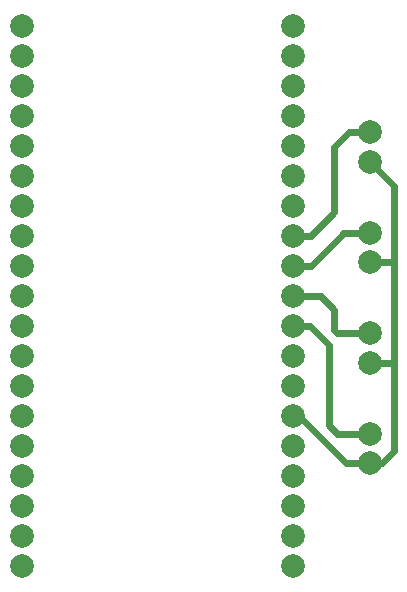
<source format=gbr>
%TF.GenerationSoftware,KiCad,Pcbnew,9.0.4-79-g0226481156*%
%TF.CreationDate,2025-11-12T21:12:59-03:00*%
%TF.ProjectId,ESP32_RELE_NODEMCU,45535033-325f-4524-954c-455f4e4f4445,rev?*%
%TF.SameCoordinates,Original*%
%TF.FileFunction,Copper,L1,Top*%
%TF.FilePolarity,Positive*%
%FSLAX46Y46*%
G04 Gerber Fmt 4.6, Leading zero omitted, Abs format (unit mm)*
G04 Created by KiCad (PCBNEW 9.0.4-79-g0226481156) date 2025-11-12 21:12:59*
%MOMM*%
%LPD*%
G01*
G04 APERTURE LIST*
%TA.AperFunction,ComponentPad*%
%ADD10C,2.000000*%
%TD*%
%TA.AperFunction,Conductor*%
%ADD11C,0.600000*%
%TD*%
%TA.AperFunction,Conductor*%
%ADD12C,0.200000*%
%TD*%
G04 APERTURE END LIST*
D10*
%TO.P,J2,1,Pin_1*%
%TO.N,N/C*%
X160500000Y-60000000D03*
%TO.P,J2,2,Pin_2*%
X160500000Y-62500000D03*
%TD*%
%TO.P,J2,1,Pin_1*%
%TO.N,N/C*%
X160525000Y-85500000D03*
%TO.P,J2,2,Pin_2*%
X160525000Y-88000000D03*
%TD*%
%TO.P,J2,1,Pin_1*%
%TO.N,N/C*%
X160525000Y-68500000D03*
%TO.P,J2,2,Pin_2*%
X160525000Y-71000000D03*
%TD*%
%TO.P,J2,1,Pin_1*%
%TO.N,N/C*%
X160500000Y-77000000D03*
%TO.P,J2,2,Pin_2*%
X160500000Y-79500000D03*
%TD*%
%TO.P,REF\u002A\u002A,1*%
%TO.N,N/C*%
X131000000Y-51000000D03*
%TO.P,REF\u002A\u002A,2*%
X131000000Y-53540000D03*
%TO.P,REF\u002A\u002A,3*%
X131000000Y-56080000D03*
%TO.P,REF\u002A\u002A,4*%
X131000000Y-58620000D03*
%TO.P,REF\u002A\u002A,5*%
X131000000Y-61160000D03*
%TO.P,REF\u002A\u002A,6*%
X131000000Y-63700000D03*
%TO.P,REF\u002A\u002A,7*%
X131000000Y-66240000D03*
%TO.P,REF\u002A\u002A,8*%
X131000000Y-68780000D03*
%TO.P,REF\u002A\u002A,9*%
X131000000Y-71320000D03*
%TO.P,REF\u002A\u002A,10*%
X131000000Y-73860000D03*
%TO.P,REF\u002A\u002A,11*%
X131000000Y-76400000D03*
%TO.P,REF\u002A\u002A,12*%
X131000000Y-78940000D03*
%TO.P,REF\u002A\u002A,13*%
X131000000Y-81480000D03*
%TO.P,REF\u002A\u002A,14*%
X131000000Y-84020000D03*
%TO.P,REF\u002A\u002A,15*%
X131000000Y-86560000D03*
%TO.P,REF\u002A\u002A,16*%
X131000000Y-89100000D03*
%TO.P,REF\u002A\u002A,17*%
X131000000Y-91640000D03*
%TO.P,REF\u002A\u002A,18*%
X131000000Y-94180000D03*
%TO.P,REF\u002A\u002A,19*%
X131000000Y-96720000D03*
%TD*%
%TO.P,REF\u002A\u002A,1*%
%TO.N,N/C*%
X154000000Y-51000000D03*
%TO.P,REF\u002A\u002A,2*%
X154000000Y-53540000D03*
%TO.P,REF\u002A\u002A,3*%
X154000000Y-56080000D03*
%TO.P,REF\u002A\u002A,4*%
X154000000Y-58620000D03*
%TO.P,REF\u002A\u002A,5*%
X154000000Y-61160000D03*
%TO.P,REF\u002A\u002A,6*%
X154000000Y-63700000D03*
%TO.P,REF\u002A\u002A,7*%
X154000000Y-66240000D03*
%TO.P,REF\u002A\u002A,8*%
X154000000Y-68780000D03*
%TO.P,REF\u002A\u002A,9*%
X154000000Y-71320000D03*
%TO.P,REF\u002A\u002A,10*%
X154000000Y-73860000D03*
%TO.P,REF\u002A\u002A,11*%
X154000000Y-76400000D03*
%TO.P,REF\u002A\u002A,12*%
X154000000Y-78940000D03*
%TO.P,REF\u002A\u002A,13*%
X154000000Y-81480000D03*
%TO.P,REF\u002A\u002A,14*%
X154000000Y-84020000D03*
%TO.P,REF\u002A\u002A,15*%
X154000000Y-86560000D03*
%TO.P,REF\u002A\u002A,16*%
X154000000Y-89100000D03*
%TO.P,REF\u002A\u002A,17*%
X154000000Y-91640000D03*
%TO.P,REF\u002A\u002A,18*%
X154000000Y-94180000D03*
%TO.P,REF\u002A\u002A,19*%
X154000000Y-96720000D03*
%TD*%
D11*
%TO.N,*%
X154462931Y-84020000D02*
X154000000Y-84020000D01*
X158442931Y-88000000D02*
X154462931Y-84020000D01*
X160525000Y-88000000D02*
X158442931Y-88000000D01*
X157500000Y-66780000D02*
X157500000Y-61250000D01*
X160525000Y-85500000D02*
X157750000Y-85500000D01*
X157750000Y-85500000D02*
X157000000Y-84750000D01*
X158314560Y-68505440D02*
X159000000Y-68505440D01*
X157000000Y-78000000D02*
X155400000Y-76400000D01*
X160500000Y-79500000D02*
X162500000Y-79500000D01*
X155500000Y-71320000D02*
X158314560Y-68505440D01*
X162500000Y-71000000D02*
X162500000Y-79500000D01*
X155400000Y-76400000D02*
X154000000Y-76400000D01*
X162500000Y-64500000D02*
X162500000Y-71000000D01*
X157500000Y-76750000D02*
X157500000Y-75000000D01*
X154000000Y-68780000D02*
X155500000Y-68780000D01*
X157500000Y-75000000D02*
X156360000Y-73860000D01*
X162500000Y-79500000D02*
X162500000Y-87000000D01*
X160500000Y-77000000D02*
X157750000Y-77000000D01*
X154000000Y-71320000D02*
X155500000Y-71320000D01*
X157500000Y-61250000D02*
X158750000Y-60000000D01*
X162500000Y-87000000D02*
X161500000Y-88000000D01*
X158244560Y-68505440D02*
X159000000Y-68505440D01*
X158750000Y-60000000D02*
X160500000Y-60000000D01*
X161500000Y-88000000D02*
X160525000Y-88000000D01*
X160500000Y-62500000D02*
X162500000Y-64500000D01*
X157750000Y-77000000D02*
X157500000Y-76750000D01*
D12*
X160519560Y-68505440D02*
X160525000Y-68500000D01*
D11*
X160525000Y-71000000D02*
X162500000Y-71000000D01*
X155500000Y-68780000D02*
X157500000Y-66780000D01*
X159000000Y-68505440D02*
X160519560Y-68505440D01*
X157000000Y-84750000D02*
X157000000Y-78000000D01*
X156360000Y-73860000D02*
X154000000Y-73860000D01*
%TD*%
M02*

</source>
